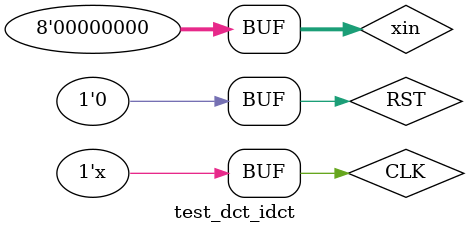
<source format=v>


`timescale 1ns/1ps 
 
module test_dct_idct; 
 
parameter CLK_PERIOD = 10; 
 
wire[7:0] idct_2d; 
reg CLK,RST; 
reg[7:0] xin; 
 
dct_idct test(.CLK(CLK), .RST(RST), .xin(xin), .idct_2d(idct_2d)); 
 
initial  
begin 
CLK <= 1'b0; 
RST <= 1'b1; 
#20 RST <= 1'b0; 
end 
 
always 
#(CLK_PERIOD/2) CLK = ~CLK; 
 
initial 
begin 
 
#15 xin <= 8'h28;#10 xin <= 8'h21;#10 xin <= 8'h21;#10 xin <= 8'h16; 
#10 xin <= 8'h1A;#10 xin <= 8'h28;#10 xin <= 8'h24;#10 xin <= 8'h1A; 
 
#10 xin <= 8'h2B;#10 xin <= 8'h1A;#10 xin <= 8'h21;#10 xin <= 8'h16; 
#10 xin <= 8'h1D;#10 xin <= 8'h2B;#10 xin <= 8'h16;#10 xin <= 8'h24; 
 
#10 xin <= 8'h2B;#10 xin <= 8'h28;#10 xin <= 8'h13;#10 xin <= 8'h24; 
#10 xin <= 8'h24;#10 xin <= 8'h21;#10 xin <= 8'h0F;#10 xin <= 8'h1A; 
 
#10 xin <= 8'h24;#10 xin <= 8'h2B;#10 xin <= 8'h1A;#10 xin <= 8'h21; 
#10 xin <= 8'h1D;#10 xin <= 8'h1D;#10 xin <= 8'h13;#10 xin <= 8'h04; 
 
#10 xin <= 8'h21;#10 xin <= 8'h21;#10 xin <= 8'h1D;#10 xin <= 8'h1A; 
#10 xin <= 8'h0F;#10 xin <= 8'h21;#10 xin <= 8'h1A;#10 xin <= 8'h04; 
 
#10 xin <= 8'h24;#10 xin <= 8'h21;#10 xin <= 8'h21;#10 xin <= 8'h1A; 
#10 xin <= 8'h16;#10 xin <= 8'h1D;#10 xin <= 8'h1A;#10 xin <= 8'h0C; 
 
#10 xin <= 8'h21;#10 xin <= 8'h28;#10 xin <= 8'h1D;#10 xin <= 8'h1A; 
#10 xin <= 8'h21;#10 xin <= 8'h0C;#10 xin <= 8'h0C;#10 xin <= 8'h04; 
 
#10 xin <= 8'h1A;#10 xin <= 8'h21;#10 xin <= 8'h1D;#10 xin <= 8'h16; 
#10 xin <= 8'h0C;#10 xin <= 8'h04;#10 xin <= 8'h08;#10 xin <= 8'h00; 

 
 
#10 xin <= 8'h28;#10 xin <= 8'h21;#10 xin <= 8'h21;#10 xin <= 8'h16; 
#10 xin <= 8'h1A;#10 xin <= 8'h28;#10 xin <= 8'h24;#10 xin <= 8'h1A; 
 
#10 xin <= 8'h2B;#10 xin <= 8'h1A;#10 xin <= 8'h21;#10 xin <= 8'h16; 
#10 xin <= 8'h1D;#10 xin <= 8'h2B;#10 xin <= 8'h16;#10 xin <= 8'h24; 
 
#10 xin <= 8'h2B;#10 xin <= 8'h28;#10 xin <= 8'h13;#10 xin <= 8'h24; 
#10 xin <= 8'h24;#10 xin <= 8'h21;#10 xin <= 8'h0F;#10 xin <= 8'h1A; 
 
#10 xin <= 8'h24;#10 xin <= 8'h2B;#10 xin <= 8'h1A;#10 xin <= 8'h21; 
#10 xin <= 8'h1D;#10 xin <= 8'h1D;#10 xin <= 8'h13;#10 xin <= 8'h04; 
 
#10 xin <= 8'h21;#10 xin <= 8'h21;#10 xin <= 8'h1D;#10 xin <= 8'h1A; 
#10 xin <= 8'h0F;#10 xin <= 8'h21;#10 xin <= 8'h1A;#10 xin <= 8'h04; 
 
#10 xin <= 8'h24;#10 xin <= 8'h21;#10 xin <= 8'h21;#10 xin <= 8'h1A; 
#10 xin <= 8'h16;#10 xin <= 8'h1D;#10 xin <= 8'h1A;#10 xin <= 8'h0C; 
 
#10 xin <= 8'h21;#10 xin <= 8'h28;#10 xin <= 8'h1D;#10 xin <= 8'h1A; 
#10 xin <= 8'h21;#10 xin <= 8'h0C;#10 xin <= 8'h0C;#10 xin <= 8'h04; 
 
#10 xin <= 8'h1A;#10 xin <= 8'h21;#10 xin <= 8'h1D;#10 xin <= 8'h16; 
#10 xin <= 8'h0C;#10 xin <= 8'h04;#10 xin <= 8'h08;#10 xin <= 8'h00; 
 
 
#10 xin <= 8'h28;#10 xin <= 8'h21;#10 xin <= 8'h21;#10 xin <= 8'h16; 
#10 xin <= 8'h1A;#10 xin <= 8'h28;#10 xin <= 8'h24;#10 xin <= 8'h1A; 
 
#10 xin <= 8'h2B;#10 xin <= 8'h1A;#10 xin <= 8'h21;#10 xin <= 8'h16; 
#10 xin <= 8'h1D;#10 xin <= 8'h2B;#10 xin <= 8'h16;#10 xin <= 8'h24; 
 
#10 xin <= 8'h2B;#10 xin <= 8'h28;#10 xin <= 8'h13;#10 xin <= 8'h24; 
#10 xin <= 8'h24;#10 xin <= 8'h21;#10 xin <= 8'h0F;#10 xin <= 8'h1A; 
 
#10 xin <= 8'h24;#10 xin <= 8'h2B;#10 xin <= 8'h1A;#10 xin <= 8'h21; 
#10 xin <= 8'h1D;#10 xin <= 8'h1D;#10 xin <= 8'h13;#10 xin <= 8'h04; 
 
#10 xin <= 8'h21;#10 xin <= 8'h21;#10 xin <= 8'h1D;#10 xin <= 8'h1A; 
#10 xin <= 8'h0F;#10 xin <= 8'h21;#10 xin <= 8'h1A;#10 xin <= 8'h04; 
 
#10 xin <= 8'h24;#10 xin <= 8'h21;#10 xin <= 8'h21;#10 xin <= 8'h1A; 
#10 xin <= 8'h16;#10 xin <= 8'h1D;#10 xin <= 8'h1A;#10 xin <= 8'h0C; 
 
#10 xin <= 8'h21;#10 xin <= 8'h28;#10 xin <= 8'h1D;#10 xin <= 8'h1A; 
#10 xin <= 8'h21;#10 xin <= 8'h0C;#10 xin <= 8'h0C;#10 xin <= 8'h04; 
 
#10 xin <= 8'h1A;#10 xin <= 8'h21;#10 xin <= 8'h1D;#10 xin <= 8'h16; 
#10 xin <= 8'h0C;#10 xin <= 8'h04;#10 xin <= 8'h08;#10 xin <= 8'h00; 
 
 
#10 xin <= 8'h28;#10 xin <= 8'h21;#10 xin <= 8'h21;#10 xin <= 8'h16; 
#10 xin <= 8'h1A;#10 xin <= 8'h28;#10 xin <= 8'h24;#10 xin <= 8'h1A; 
 
#10 xin <= 8'h2B;#10 xin <= 8'h1A;#10 xin <= 8'h21;#10 xin <= 8'h16; 
#10 xin <= 8'h1D;#10 xin <= 8'h2B;#10 xin <= 8'h16;#10 xin <= 8'h24; 
 
#10 xin <= 8'h2B;#10 xin <= 8'h28;#10 xin <= 8'h13;#10 xin <= 8'h24; 
#10 xin <= 8'h24;#10 xin <= 8'h21;#10 xin <= 8'h0F;#10 xin <= 8'h1A; 
 
#10 xin <= 8'h24;#10 xin <= 8'h2B;#10 xin <= 8'h1A;#10 xin <= 8'h21; 
#10 xin <= 8'h1D;#10 xin <= 8'h1D;#10 xin <= 8'h13;#10 xin <= 8'h04; 
 
#10 xin <= 8'h21;#10 xin <= 8'h21;#10 xin <= 8'h1D;#10 xin <= 8'h1A; 
#10 xin <= 8'h0F;#10 xin <= 8'h21;#10 xin <= 8'h1A;#10 xin <= 8'h04; 
 
#10 xin <= 8'h24;#10 xin <= 8'h21;#10 xin <= 8'h21;#10 xin <= 8'h1A; 
#10 xin <= 8'h16;#10 xin <= 8'h1D;#10 xin <= 8'h1A;#10 xin <= 8'h0C; 
 
#10 xin <= 8'h21;#10 xin <= 8'h28;#10 xin <= 8'h1D;#10 xin <= 8'h1A; 
#10 xin <= 8'h21;#10 xin <= 8'h0C;#10 xin <= 8'h0C;#10 xin <= 8'h04; 
 
#10 xin <= 8'h1A;#10 xin <= 8'h21;#10 xin <= 8'h1D;#10 xin <= 8'h16; 
#10 xin <= 8'h0C;#10 xin <= 8'h04;#10 xin <= 8'h08;#10 xin <= 8'h00; 
 
 
//#100 $finish; 
end 
 
initial  
 
$monitor ($time, "clk=%b", CLK, " xin = %h", xin); 
endmodule 
 

</source>
